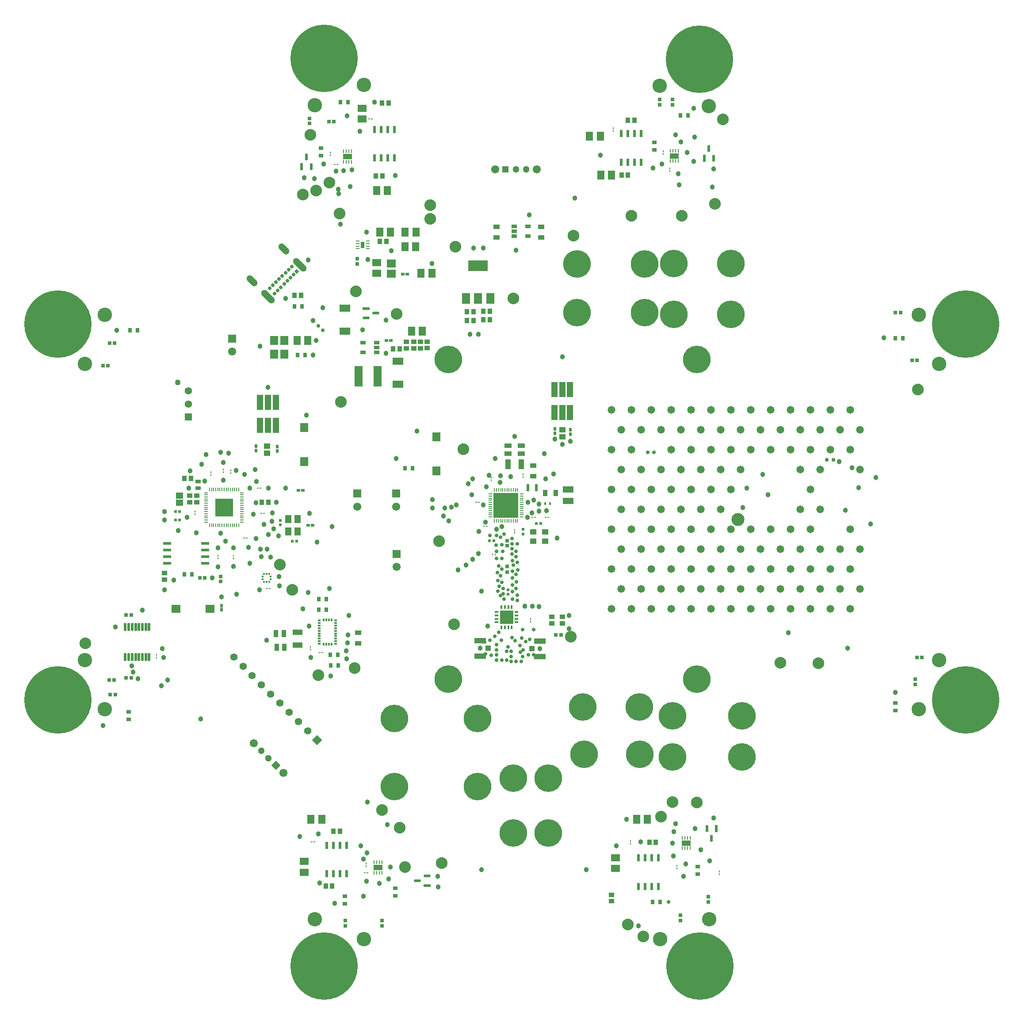
<source format=gts>
G04*
G04 #@! TF.GenerationSoftware,Altium Limited,Altium Designer,25.8.1 (18)*
G04*
G04 Layer_Color=8388736*
%FSLAX44Y44*%
%MOMM*%
G71*
G04*
G04 #@! TF.SameCoordinates,535EF8B2-0DBE-4100-A7A0-3C18341BF710*
G04*
G04*
G04 #@! TF.FilePolarity,Negative*
G04*
G01*
G75*
%ADD19R,0.6500X0.9000*%
%ADD20R,0.2794X0.7112*%
%ADD21R,1.7018X0.9906*%
%ADD22R,0.9000X0.6500*%
%ADD23R,0.2627X0.3541*%
%ADD25R,0.5588X1.4605*%
%ADD26R,1.2062X0.9562*%
%ADD27R,1.0000X0.6600*%
%ADD29R,0.9562X1.2062*%
%ADD30R,0.4500X0.5000*%
%ADD31R,1.3500X0.9500*%
%ADD32R,0.7548X0.2032*%
%ADD33R,0.3541X0.2627*%
%ADD34R,0.5682X0.5725*%
%ADD35R,1.3000X1.0500*%
%ADD36R,0.5725X0.5682*%
%ADD37R,0.2032X0.7548*%
%ADD39R,2.2000X1.0500*%
%ADD41R,0.3048X0.7620*%
%ADD43R,1.5000X2.0000*%
%ADD44R,0.7366X0.2540*%
%ADD45R,0.7112X1.2954*%
%ADD46R,0.6725X0.7154*%
%ADD47R,0.6811X0.5725*%
%ADD49R,0.1778X0.7620*%
%ADD50R,0.7620X0.1778*%
%ADD51R,0.2750X0.3000*%
%ADD52R,0.7620X0.3048*%
%ADD53R,0.6153X0.5725*%
%ADD58R,1.5240X0.5334*%
%ADD59R,0.9500X1.3500*%
%ADD62R,0.7154X0.6725*%
G04:AMPARAMS|DCode=63|XSize=1.5mm|YSize=0.45mm|CornerRadius=0.0495mm|HoleSize=0mm|Usage=FLASHONLY|Rotation=270.000|XOffset=0mm|YOffset=0mm|HoleType=Round|Shape=RoundedRectangle|*
%AMROUNDEDRECTD63*
21,1,1.5000,0.3510,0,0,270.0*
21,1,1.4010,0.4500,0,0,270.0*
1,1,0.0990,-0.1755,-0.7005*
1,1,0.0990,-0.1755,0.7005*
1,1,0.0990,0.1755,0.7005*
1,1,0.0990,0.1755,-0.7005*
%
%ADD63ROUNDEDRECTD63*%
G04:AMPARAMS|DCode=64|XSize=1.3587mm|YSize=0.5868mm|CornerRadius=0.2934mm|HoleSize=0mm|Usage=FLASHONLY|Rotation=0.000|XOffset=0mm|YOffset=0mm|HoleType=Round|Shape=RoundedRectangle|*
%AMROUNDEDRECTD64*
21,1,1.3587,0.0000,0,0,0.0*
21,1,0.7719,0.5868,0,0,0.0*
1,1,0.5868,0.3859,0.0000*
1,1,0.5868,-0.3859,0.0000*
1,1,0.5868,-0.3859,0.0000*
1,1,0.5868,0.3859,0.0000*
%
%ADD64ROUNDEDRECTD64*%
%ADD65R,1.3587X0.5868*%
%ADD66R,0.5868X1.3587*%
G04:AMPARAMS|DCode=67|XSize=1.3587mm|YSize=0.5868mm|CornerRadius=0.2934mm|HoleSize=0mm|Usage=FLASHONLY|Rotation=90.000|XOffset=0mm|YOffset=0mm|HoleType=Round|Shape=RoundedRectangle|*
%AMROUNDEDRECTD67*
21,1,1.3587,0.0000,0,0,90.0*
21,1,0.7719,0.5868,0,0,90.0*
1,1,0.5868,0.0000,0.3859*
1,1,0.5868,0.0000,-0.3859*
1,1,0.5868,0.0000,-0.3859*
1,1,0.5868,0.0000,0.3859*
%
%ADD67ROUNDEDRECTD67*%
%ADD72R,3.8000X2.0000*%
%ADD76R,1.1000X1.9000*%
%ADD77R,2.0062X1.2549*%
%ADD78R,0.6000X1.4500*%
%ADD79R,1.0500X1.0000*%
%ADD80R,0.5725X0.6153*%
%ADD81R,1.5000X4.0000*%
%ADD83R,0.5725X0.6811*%
%ADD84R,0.5153X0.4725*%
%ADD85R,1.3562X1.1544*%
%ADD87R,1.9000X1.1000*%
%ADD88R,0.5250X0.4000*%
%ADD89R,0.5250X0.4000*%
%ADD90R,0.3000X0.5250*%
%ADD91R,0.3000X0.5250*%
%ADD92C,2.2352*%
%ADD93R,0.8032X0.8032*%
%ADD94R,1.4532X1.7532*%
%ADD95R,1.2032X3.0032*%
%ADD96R,1.0532X0.9532*%
%ADD97R,1.7532X1.4532*%
%ADD98R,0.9532X1.0532*%
%ADD99R,4.6990X4.6990*%
%ADD100R,1.6032X1.7032*%
%ADD101R,3.4544X3.4544*%
%ADD102R,2.6416X2.6416*%
%ADD103R,1.2532X1.5032*%
%ADD104R,0.3008X0.3258*%
%ADD105R,0.3258X0.3008*%
%ADD106R,1.7032X1.6032*%
%ADD107C,2.7432*%
%ADD108C,12.9032*%
G04:AMPARAMS|DCode=109|XSize=1.3mm|YSize=2.5mm|CornerRadius=0.65mm|HoleSize=0mm|Usage=FLASHONLY|Rotation=225.000|XOffset=0mm|YOffset=0mm|HoleType=Round|Shape=RoundedRectangle|*
%AMROUNDEDRECTD109*
21,1,1.3000,1.2000,0,0,225.0*
21,1,0.0000,2.5000,0,0,225.0*
1,1,1.3000,-0.4243,0.4243*
1,1,1.3000,-0.4243,0.4243*
1,1,1.3000,0.4243,-0.4243*
1,1,1.3000,0.4243,-0.4243*
%
%ADD109ROUNDEDRECTD109*%
%ADD110R,1.5532X1.7532*%
%ADD111R,0.9032X1.0532*%
%ADD112R,1.0032X0.8032*%
%ADD113R,1.1532X1.0032*%
%ADD114R,0.6008X0.6508*%
%ADD115R,0.5258X0.4008*%
%ADD116R,2.1000X1.4000*%
%ADD117R,1.7532X1.5532*%
%ADD118R,1.0532X0.9032*%
%ADD119C,5.2832*%
%ADD120C,1.5500*%
%ADD121C,1.3000*%
%ADD122P,0.9900X4X270.0*%
%ADD123C,0.7000*%
%ADD124R,1.4000X1.4000*%
%ADD125C,1.4000*%
%ADD126C,2.4892*%
G04:AMPARAMS|DCode=127|XSize=1.3mm|YSize=3.2mm|CornerRadius=0.65mm|HoleSize=0mm|Usage=FLASHONLY|Rotation=225.000|XOffset=0mm|YOffset=0mm|HoleType=Round|Shape=RoundedRectangle|*
%AMROUNDEDRECTD127*
21,1,1.3000,1.9000,0,0,225.0*
21,1,0.0000,3.2000,0,0,225.0*
1,1,1.3000,-0.6718,0.6718*
1,1,1.3000,-0.6718,0.6718*
1,1,1.3000,0.6718,-0.6718*
1,1,1.3000,0.6718,-0.6718*
%
%ADD127ROUNDEDRECTD127*%
G04:AMPARAMS|DCode=128|XSize=0.7mm|YSize=1.6mm|CornerRadius=0.35mm|HoleSize=0mm|Usage=FLASHONLY|Rotation=225.000|XOffset=0mm|YOffset=0mm|HoleType=Round|Shape=RoundedRectangle|*
%AMROUNDEDRECTD128*
21,1,0.7000,0.9000,0,0,225.0*
21,1,0.0000,1.6000,0,0,225.0*
1,1,0.7000,-0.3182,0.3182*
1,1,0.7000,-0.3182,0.3182*
1,1,0.7000,0.3182,-0.3182*
1,1,0.7000,0.3182,-0.3182*
%
%ADD128ROUNDEDRECTD128*%
%ADD129P,1.8385X4X180.0*%
%ADD130P,1.9799X4X360.0*%
%ADD131R,1.3000X1.3000*%
%ADD132R,1.5500X1.5500*%
%ADD133C,1.1000*%
%ADD134C,0.7620*%
%ADD135C,0.9652*%
%ADD136C,1.4732*%
%ADD137C,0.7112*%
%ADD138C,11.2032*%
%ADD139C,1.9812*%
D19*
X1915530Y2004060D02*
D03*
X1518550Y2430780D02*
D03*
X1465210Y924560D02*
D03*
X867410Y2456180D02*
D03*
X784860Y1972310D02*
D03*
X779410Y2065020D02*
D03*
X449950Y2019300D02*
D03*
X990600Y1755140D02*
D03*
X976100D02*
D03*
X852910Y2456180D02*
D03*
X464450Y2019300D02*
D03*
X554090Y1551940D02*
D03*
X811000Y1484630D02*
D03*
X848360Y1377950D02*
D03*
X825500Y1504950D02*
D03*
X811000D02*
D03*
X825500Y1484630D02*
D03*
X847990Y1398270D02*
D03*
X833490D02*
D03*
X833860Y1377950D02*
D03*
X770360Y1972310D02*
D03*
X764910Y2065020D02*
D03*
X568590Y1551940D02*
D03*
X1450710Y924560D02*
D03*
X1504050Y2430780D02*
D03*
X1930030Y2004060D02*
D03*
D20*
X1499752Y2343277D02*
D03*
X1522612Y1027557D02*
D03*
X873642Y2342007D02*
D03*
X932062Y980567D02*
D03*
X917058D02*
D03*
X922059D02*
D03*
X927061D02*
D03*
X932062Y1000633D02*
D03*
X927061D02*
D03*
X922059D02*
D03*
X917058D02*
D03*
X858638Y2342007D02*
D03*
X863639D02*
D03*
X868641D02*
D03*
X873642Y2362073D02*
D03*
X868641D02*
D03*
X863639D02*
D03*
X858638D02*
D03*
X1507608Y1047623D02*
D03*
X1512609D02*
D03*
X1517611D02*
D03*
X1522612D02*
D03*
X1517611Y1027557D02*
D03*
X1512609D02*
D03*
X1507608D02*
D03*
X1484748Y2363343D02*
D03*
X1489749D02*
D03*
X1494751D02*
D03*
X1499752D02*
D03*
X1494751Y2343277D02*
D03*
X1489749D02*
D03*
X1484748D02*
D03*
D21*
X1492250Y2353310D02*
D03*
X1515110Y1037590D02*
D03*
X866140Y2352040D02*
D03*
X924560Y990600D02*
D03*
D22*
X1454150Y2365110D02*
D03*
X1915160Y1305560D02*
D03*
X1536700Y978270D02*
D03*
X815340Y2354050D02*
D03*
X957580Y936360D02*
D03*
X861060Y935620D02*
D03*
X447040Y1274180D02*
D03*
X1915160Y1291060D02*
D03*
X815340Y2368550D02*
D03*
X861060Y921120D02*
D03*
X447040Y1288680D02*
D03*
X1536700Y992770D02*
D03*
X1454150Y2379610D02*
D03*
X957580Y950860D02*
D03*
D23*
X1470660Y2357114D02*
D03*
X1375410Y2406653D02*
D03*
X1483360Y2324094D02*
D03*
X1202690Y1743710D02*
D03*
X1578610Y977894D02*
D03*
X1408430Y1041406D02*
D03*
X1497330Y989324D02*
D03*
X1186180Y1631950D02*
D03*
X1216660Y1466850D02*
D03*
X1141730Y1737366D02*
D03*
X833120Y2354574D02*
D03*
X642614Y1751330D02*
D03*
X628650Y1752603D02*
D03*
X604520Y1747520D02*
D03*
X574040Y1667507D02*
D03*
X901700Y993140D02*
D03*
X647700Y1582420D02*
D03*
X618490Y1582414D02*
D03*
X795020Y1408430D02*
D03*
X500380Y1398276D02*
D03*
X1408430Y1036320D02*
D03*
X1375410Y2401567D02*
D03*
X1216660Y1461764D02*
D03*
X500380Y1393190D02*
D03*
X574040Y1672593D02*
D03*
X618490Y1587500D02*
D03*
X647700Y1587506D02*
D03*
X642614Y1746244D02*
D03*
X604520Y1742434D02*
D03*
X628650Y1747517D02*
D03*
X1141730Y1732280D02*
D03*
X1186180Y1637036D02*
D03*
X1202690Y1738624D02*
D03*
X795020Y1413516D02*
D03*
X901712Y998186D02*
D03*
X833120Y2359660D02*
D03*
X1497330Y994410D02*
D03*
X1578610Y982980D02*
D03*
X1483360Y2329180D02*
D03*
X1470660Y2362200D02*
D03*
D25*
X1428750Y2341308D02*
D03*
X1461770Y954469D02*
D03*
X956310Y2349500D02*
D03*
X864870Y978598D02*
D03*
X918210Y2403983D02*
D03*
X930910D02*
D03*
X943610D02*
D03*
X956310D02*
D03*
X943610Y2349500D02*
D03*
X930910D02*
D03*
X918210D02*
D03*
X1390650Y2395791D02*
D03*
X826770Y1033082D02*
D03*
X1423670Y1008951D02*
D03*
Y954469D02*
D03*
X1436370D02*
D03*
X1461770Y1008951D02*
D03*
X1449070D02*
D03*
X1436370D02*
D03*
X1449070Y954469D02*
D03*
X826770Y978598D02*
D03*
X839470D02*
D03*
X852170D02*
D03*
X864870Y1033082D02*
D03*
X852170D02*
D03*
X839470D02*
D03*
X1403350Y2395791D02*
D03*
X1416050D02*
D03*
X1428750D02*
D03*
X1416050Y2341308D02*
D03*
X1403350D02*
D03*
X1390650D02*
D03*
D26*
X1236980Y2196920D02*
D03*
X1221740Y1760400D02*
D03*
X1151890Y2197100D02*
D03*
X886460Y1419860D02*
D03*
X1151890Y2217600D02*
D03*
X1221740Y1739900D02*
D03*
X886460Y1440360D02*
D03*
X1236980Y2217420D02*
D03*
D27*
X1211580Y2199640D02*
D03*
X1185280Y2209140D02*
D03*
X922470Y1986280D02*
D03*
X1185280Y2199640D02*
D03*
Y2218640D02*
D03*
X1211580D02*
D03*
X896170Y1976780D02*
D03*
Y1995780D02*
D03*
X922470D02*
D03*
Y1976780D02*
D03*
D29*
X1244420Y1708150D02*
D03*
X1264920D02*
D03*
D30*
X1244930Y1687830D02*
D03*
X1254430D02*
D03*
D31*
X1198880Y1798080D02*
D03*
X1173480D02*
D03*
X1198880Y1783080D02*
D03*
X1173480D02*
D03*
D32*
X1199424Y1694020D02*
D03*
X1139916Y1690020D02*
D03*
X1199424Y1662020D02*
D03*
Y1706020D02*
D03*
Y1702020D02*
D03*
Y1698020D02*
D03*
Y1690020D02*
D03*
Y1686020D02*
D03*
Y1682020D02*
D03*
Y1678020D02*
D03*
Y1674020D02*
D03*
Y1670020D02*
D03*
Y1666020D02*
D03*
X1139916Y1662020D02*
D03*
Y1666020D02*
D03*
Y1670020D02*
D03*
Y1674020D02*
D03*
Y1678020D02*
D03*
Y1682020D02*
D03*
Y1686020D02*
D03*
Y1694020D02*
D03*
Y1698020D02*
D03*
Y1702020D02*
D03*
Y1706020D02*
D03*
D33*
X1245864Y1661160D02*
D03*
X1225553D02*
D03*
X908047Y2424430D02*
D03*
X842004Y2336800D02*
D03*
X1112514Y1690370D02*
D03*
X699770Y1717040D02*
D03*
X706126Y1668780D02*
D03*
X1127757Y1644650D02*
D03*
X899160Y980440D02*
D03*
X812797Y1402080D02*
D03*
X797557Y1040130D02*
D03*
X673103Y1621790D02*
D03*
X712470Y1525270D02*
D03*
X913133Y2424430D02*
D03*
X802643Y1040130D02*
D03*
X668017Y1621790D02*
D03*
X701040Y1668780D02*
D03*
X694684Y1717040D02*
D03*
X1117600Y1690370D02*
D03*
X1132843Y1644650D02*
D03*
X1220467Y1661160D02*
D03*
X1250950D02*
D03*
X817883Y1402080D02*
D03*
X717556Y1525270D02*
D03*
X904246Y980440D02*
D03*
X847090Y2336800D02*
D03*
D34*
X1227378Y1649730D02*
D03*
X760018Y1615440D02*
D03*
X1236422Y1649730D02*
D03*
X769062Y1615440D02*
D03*
D35*
X1244670Y1615580D02*
D03*
X1221670Y1633080D02*
D03*
Y1615580D02*
D03*
X1244670Y1633080D02*
D03*
D36*
X1202690Y1638453D02*
D03*
X737870Y1646478D02*
D03*
X1202690Y1629410D02*
D03*
X737870Y1655522D02*
D03*
D37*
X1175670Y1654266D02*
D03*
X1147670Y1713774D02*
D03*
Y1654266D02*
D03*
X1191670D02*
D03*
X1187670D02*
D03*
X1183670D02*
D03*
X1179670D02*
D03*
X1171670D02*
D03*
X1167670D02*
D03*
X1163670D02*
D03*
X1159670D02*
D03*
X1155670D02*
D03*
X1151670D02*
D03*
Y1713774D02*
D03*
X1155670D02*
D03*
X1159670D02*
D03*
X1163670D02*
D03*
X1167670D02*
D03*
X1171670D02*
D03*
X1175670D02*
D03*
X1179670D02*
D03*
X1183670D02*
D03*
X1187670D02*
D03*
X1191670D02*
D03*
D39*
X1234440Y1424450D02*
D03*
Y1394950D02*
D03*
X1120140Y1425230D02*
D03*
Y1395730D02*
D03*
D41*
X1161063Y1450773D02*
D03*
X1167563D02*
D03*
X1174063D02*
D03*
X1180563D02*
D03*
Y1489127D02*
D03*
X1174063D02*
D03*
X1167563D02*
D03*
X1161063D02*
D03*
D43*
X1093330Y2080260D02*
D03*
X1116330D02*
D03*
X1139330D02*
D03*
D44*
X905256Y2175630D02*
D03*
Y2190630D02*
D03*
Y2185630D02*
D03*
Y2180630D02*
D03*
X885444Y2175630D02*
D03*
Y2180630D02*
D03*
Y2185630D02*
D03*
Y2190630D02*
D03*
D45*
X895350Y2183130D02*
D03*
D46*
X885190Y2146594D02*
D03*
X793750Y2415540D02*
D03*
X1953260Y1341414D02*
D03*
Y1350986D02*
D03*
X793750Y2425111D02*
D03*
X1172210Y1616416D02*
D03*
Y1606844D02*
D03*
X885190Y2156166D02*
D03*
X623570Y1547836D02*
D03*
Y1538264D02*
D03*
X862330Y879134D02*
D03*
Y888706D02*
D03*
X932180Y879134D02*
D03*
Y888706D02*
D03*
X1557020Y924854D02*
D03*
Y934426D02*
D03*
X1503680Y898866D02*
D03*
Y889294D02*
D03*
X1488440Y2451394D02*
D03*
Y2460966D02*
D03*
X1464310Y2451394D02*
D03*
Y2460966D02*
D03*
D47*
X949035Y2000250D02*
D03*
X940725D02*
D03*
X972129Y2127250D02*
D03*
X980440D02*
D03*
X772160Y1713230D02*
D03*
X780471D02*
D03*
X791210Y1645920D02*
D03*
X799521D02*
D03*
D49*
X657920Y1714500D02*
D03*
X601920D02*
D03*
X625920D02*
D03*
X629920D02*
D03*
X601920Y1645920D02*
D03*
X641920D02*
D03*
X621920D02*
D03*
X605920Y1714500D02*
D03*
X609920Y1645920D02*
D03*
X649920Y1714500D02*
D03*
X617920D02*
D03*
X605920Y1645920D02*
D03*
X613920D02*
D03*
X617920D02*
D03*
X625920D02*
D03*
X629920D02*
D03*
X633920D02*
D03*
X637920D02*
D03*
X645920D02*
D03*
X649920D02*
D03*
X653920D02*
D03*
X657920D02*
D03*
X653920Y1714500D02*
D03*
X645920D02*
D03*
X641920D02*
D03*
X633920D02*
D03*
X621920D02*
D03*
X613920D02*
D03*
X609920D02*
D03*
X637920D02*
D03*
D50*
X664210Y1704210D02*
D03*
X595630D02*
D03*
Y1696210D02*
D03*
X664210Y1680210D02*
D03*
Y1708210D02*
D03*
X595630Y1680210D02*
D03*
Y1676210D02*
D03*
X664210Y1668210D02*
D03*
Y1652210D02*
D03*
Y1664210D02*
D03*
Y1672210D02*
D03*
Y1676210D02*
D03*
Y1684210D02*
D03*
Y1688210D02*
D03*
Y1692210D02*
D03*
Y1696210D02*
D03*
Y1700210D02*
D03*
X595630Y1708210D02*
D03*
Y1700210D02*
D03*
Y1692210D02*
D03*
Y1688210D02*
D03*
Y1684210D02*
D03*
Y1672210D02*
D03*
Y1668210D02*
D03*
Y1664210D02*
D03*
Y1660210D02*
D03*
Y1656210D02*
D03*
Y1652210D02*
D03*
X664210Y1656210D02*
D03*
Y1660210D02*
D03*
D51*
X1144185Y1590040D02*
D03*
X1149435D02*
D03*
D52*
X1151636Y1460200D02*
D03*
X1189990Y1466700D02*
D03*
Y1460200D02*
D03*
Y1473200D02*
D03*
Y1479700D02*
D03*
X1151636D02*
D03*
Y1473200D02*
D03*
Y1466700D02*
D03*
D53*
X1138239Y1616710D02*
D03*
X1146810D02*
D03*
D58*
X593979Y1611630D02*
D03*
X521081Y1573530D02*
D03*
X593979D02*
D03*
Y1586230D02*
D03*
Y1598930D02*
D03*
X521081Y1611630D02*
D03*
Y1598930D02*
D03*
Y1586230D02*
D03*
D59*
X729220Y1438910D02*
D03*
X730370Y1412240D02*
D03*
X744220Y1438910D02*
D03*
X745370Y1412240D02*
D03*
D62*
X442254Y1474470D02*
D03*
X407376Y1951990D02*
D03*
X397804D02*
D03*
X840151Y2419350D02*
D03*
X420076Y1995170D02*
D03*
X1965960Y1393190D02*
D03*
X1956389D02*
D03*
X1265214Y1436370D02*
D03*
X1274786D02*
D03*
X593090Y1545590D02*
D03*
X583519D02*
D03*
X442254Y1353820D02*
D03*
X451826D02*
D03*
X409529Y1350010D02*
D03*
X419100D02*
D03*
X411774Y1322070D02*
D03*
X421346D02*
D03*
X830580Y2419350D02*
D03*
X410504Y1995170D02*
D03*
X1915454Y2053590D02*
D03*
X1925026D02*
D03*
X1947204Y1962150D02*
D03*
X1956776D02*
D03*
X451826Y1474470D02*
D03*
D63*
X447300Y1451400D02*
D03*
X440800D02*
D03*
X473300Y1393400D02*
D03*
X466800D02*
D03*
X486300D02*
D03*
Y1451400D02*
D03*
X479800D02*
D03*
X473300D02*
D03*
X466800D02*
D03*
X453800D02*
D03*
X440800Y1393400D02*
D03*
X447300D02*
D03*
X453800D02*
D03*
X460300D02*
D03*
X479800D02*
D03*
X460300Y1451400D02*
D03*
D64*
X920234Y2052060D02*
D03*
X901700Y2042910D02*
D03*
X1018917Y974350D02*
D03*
X1000383Y965200D02*
D03*
D65*
X901700Y2061210D02*
D03*
X1018917Y956050D02*
D03*
D66*
X778250Y2332613D02*
D03*
X1572520Y1065014D02*
D03*
X1549140Y2349123D02*
D03*
D67*
X787400Y2351147D02*
D03*
X796550Y2332613D02*
D03*
X1567440Y2349123D02*
D03*
X1554220Y1065014D02*
D03*
X1563370Y1046480D02*
D03*
X1558290Y2367657D02*
D03*
D72*
X1116330Y2143260D02*
D03*
D76*
X1198680Y1762760D02*
D03*
X1173680D02*
D03*
D77*
X1289050Y1714423D02*
D03*
Y1692910D02*
D03*
D78*
X1211580Y1718310D02*
D03*
X1227580D02*
D03*
D79*
X1219190Y1409700D02*
D03*
X1135390Y1410480D02*
D03*
D80*
X1173480Y1514159D02*
D03*
Y1522730D02*
D03*
D81*
X887510Y1931670D02*
D03*
X923510D02*
D03*
D83*
X624840Y1492250D02*
D03*
Y1483939D02*
D03*
D84*
X544806Y1672590D02*
D03*
X537234D02*
D03*
X544806Y1656080D02*
D03*
X537234D02*
D03*
D85*
X544830Y1702618D02*
D03*
Y1689100D02*
D03*
D87*
X770890Y1441250D02*
D03*
Y1416250D02*
D03*
D88*
X843665Y1418950D02*
D03*
Y1428950D02*
D03*
Y1438950D02*
D03*
Y1443950D02*
D03*
Y1453950D02*
D03*
Y1463950D02*
D03*
X812415Y1418950D02*
D03*
X812415Y1428950D02*
D03*
X812415Y1438950D02*
D03*
Y1443950D02*
D03*
X812415Y1453950D02*
D03*
X812415Y1463950D02*
D03*
D89*
X843665Y1423950D02*
D03*
Y1433950D02*
D03*
Y1448950D02*
D03*
Y1458950D02*
D03*
X812415Y1423950D02*
D03*
Y1433950D02*
D03*
Y1448950D02*
D03*
Y1458950D02*
D03*
D90*
X820540Y1418325D02*
D03*
X835540D02*
D03*
Y1464575D02*
D03*
X820540D02*
D03*
D91*
X825540Y1418325D02*
D03*
X830540D02*
D03*
Y1464575D02*
D03*
X825540D02*
D03*
D92*
X932180Y1101090D02*
D03*
X1767840Y1381760D02*
D03*
X1041400Y1615440D02*
D03*
X1070610Y1456690D02*
D03*
X880110Y1372870D02*
D03*
X736600Y1570990D02*
D03*
X810260Y1358900D02*
D03*
X1294130Y1432560D02*
D03*
X760730Y1522730D02*
D03*
X1088390Y1791970D02*
D03*
X1695450Y1383030D02*
D03*
X1024890Y2259330D02*
D03*
Y2232660D02*
D03*
X1299210Y2200910D02*
D03*
X853440Y1882140D02*
D03*
X882650Y2094230D02*
D03*
X1073150Y2179320D02*
D03*
X1183640Y2080260D02*
D03*
X960120Y2051050D02*
D03*
X1569720Y2261870D02*
D03*
X1506220Y2239010D02*
D03*
X1584960Y2423160D02*
D03*
X1403350Y881380D02*
D03*
X1466850Y1088390D02*
D03*
X1432560Y858520D02*
D03*
X850900Y2242820D02*
D03*
X364490Y1419860D02*
D03*
X795020Y2393950D02*
D03*
X806450Y2287270D02*
D03*
X831850Y2302510D02*
D03*
X781050Y2279650D02*
D03*
X966470Y1066800D02*
D03*
X976630Y991870D02*
D03*
X1046480Y999490D02*
D03*
X1410110Y2239010D02*
D03*
X1958340Y1906270D02*
D03*
X1535430Y1115060D02*
D03*
X1488440Y1116330D02*
D03*
D93*
X1172210Y1556180D02*
D03*
Y1567180D02*
D03*
D94*
X1350190Y2391410D02*
D03*
X1351100Y2316480D02*
D03*
X1419680Y1083310D02*
D03*
X942520Y2287270D02*
D03*
X976450Y2179320D02*
D03*
X1027610Y2128520D02*
D03*
X796290Y1083310D02*
D03*
X1440180D02*
D03*
X922020Y2287270D02*
D03*
X1371600Y2316480D02*
D03*
X997130Y2207260D02*
D03*
X976630D02*
D03*
X948780D02*
D03*
X928280D02*
D03*
X996950Y2179320D02*
D03*
X1007110Y2128520D02*
D03*
X789940Y2000250D02*
D03*
X1329690Y2391410D02*
D03*
X769440Y2000250D02*
D03*
X1009740Y2018030D02*
D03*
X989240D02*
D03*
X816790Y1083310D02*
D03*
D95*
X1292380Y1905820D02*
D03*
X1277380D02*
D03*
X1262380D02*
D03*
X728740Y1881280D02*
D03*
X713740D02*
D03*
X698740D02*
D03*
X1262380Y1861820D02*
D03*
X1277380D02*
D03*
X1292380D02*
D03*
X698740Y1837280D02*
D03*
X713740D02*
D03*
X728740D02*
D03*
D96*
X1277620Y1470560D02*
D03*
X1257300Y1470460D02*
D03*
X1018540Y1997710D02*
D03*
X993140Y1997610D02*
D03*
X1005840D02*
D03*
X979170Y1997510D02*
D03*
X577850Y1702970D02*
D03*
X563880D02*
D03*
X515620Y1541880D02*
D03*
X1257300Y1457960D02*
D03*
X1277620Y1458060D02*
D03*
X577850Y1690470D02*
D03*
X515620Y1554380D02*
D03*
X1018540Y1985210D02*
D03*
X1005840Y1985110D02*
D03*
X993140D02*
D03*
X979170Y1985010D02*
D03*
X563880Y1690470D02*
D03*
D97*
X1379438Y1009522D02*
D03*
X922020Y2128340D02*
D03*
X894080Y2424250D02*
D03*
X783590Y1002210D02*
D03*
X894080Y2444750D02*
D03*
X922020Y2148840D02*
D03*
X783590Y981710D02*
D03*
X1379438Y989022D02*
D03*
D98*
X940970Y2189480D02*
D03*
X1126590Y2056130D02*
D03*
Y2039620D02*
D03*
X1094840Y2054860D02*
D03*
Y2038350D02*
D03*
X953770Y1983740D02*
D03*
X777140Y2086610D02*
D03*
X714810Y1690370D02*
D03*
X553720Y1736090D02*
D03*
X566220D02*
D03*
X702310Y1690370D02*
D03*
X1107340Y2038350D02*
D03*
Y2054860D02*
D03*
X1139090Y2039620D02*
D03*
Y2056130D02*
D03*
X966270Y1983740D02*
D03*
X764640Y2086610D02*
D03*
X928470Y2189480D02*
D03*
D99*
X1169670Y1684020D02*
D03*
D100*
X1036320Y1815580D02*
D03*
X783590Y1833360D02*
D03*
Y1768360D02*
D03*
X1036320Y1750580D02*
D03*
D101*
X629920Y1680210D02*
D03*
D102*
X1170813Y1469950D02*
D03*
D103*
X770610Y1657490D02*
D03*
X753110Y1634490D02*
D03*
X770610D02*
D03*
X753110Y1657490D02*
D03*
D104*
X716195Y1553255D02*
D03*
X706195D02*
D03*
X711195Y1538005D02*
D03*
X706195D02*
D03*
X716195D02*
D03*
X711195Y1553255D02*
D03*
D105*
X718820Y1543130D02*
D03*
X703570D02*
D03*
Y1548130D02*
D03*
X718820D02*
D03*
D106*
X537730Y1485900D02*
D03*
X602730D02*
D03*
D107*
X803327Y2450597D02*
D03*
X897194Y2489478D02*
D03*
X401823Y2049093D02*
D03*
X362942Y1955226D02*
D03*
X1960377Y2049093D02*
D03*
X1999258Y1955226D02*
D03*
X1960377Y1293547D02*
D03*
X1999258Y1387414D02*
D03*
X1558283Y2448890D02*
D03*
X1464417Y2487771D02*
D03*
X362942Y1387414D02*
D03*
X401823Y1293547D02*
D03*
X897194Y853162D02*
D03*
X803327Y892043D02*
D03*
X1465006Y853162D02*
D03*
X1558873Y892043D02*
D03*
D108*
X821100Y2540437D02*
D03*
X311983Y2031320D02*
D03*
X2050217D02*
D03*
Y1311320D02*
D03*
X1540510Y2538730D02*
D03*
X311983Y1311320D02*
D03*
X821100Y802203D02*
D03*
X1541100D02*
D03*
D109*
X744444Y2175420D02*
D03*
X683350Y2114326D02*
D03*
D110*
X745080Y2000250D02*
D03*
X725580D02*
D03*
X745080Y1973580D02*
D03*
X725580D02*
D03*
D111*
X933350Y2315210D02*
D03*
X932180Y2454910D02*
D03*
X944680D02*
D03*
X920850Y2315210D02*
D03*
X836930Y955040D02*
D03*
X824430D02*
D03*
X1444190Y1038860D02*
D03*
X1456690D02*
D03*
X1403450Y2421890D02*
D03*
X1415950D02*
D03*
X1390850Y2316480D02*
D03*
X1403350D02*
D03*
X839470Y1060450D02*
D03*
X851970D02*
D03*
D112*
X580390Y1730040D02*
D03*
Y1717040D02*
D03*
D113*
X1277620Y1829200D02*
D03*
Y1815700D02*
D03*
X712470Y1797850D02*
D03*
Y1784350D02*
D03*
D114*
X1263650Y1830510D02*
D03*
Y1822010D02*
D03*
X1292860Y1829240D02*
D03*
Y1820740D02*
D03*
X731520Y1796660D02*
D03*
Y1788160D02*
D03*
X690880Y1797930D02*
D03*
Y1789430D02*
D03*
D115*
X812415Y1423950D02*
D03*
D116*
X962660Y1960020D02*
D03*
Y1916020D02*
D03*
X861060Y2017620D02*
D03*
Y2061620D02*
D03*
D117*
X949960Y2128070D02*
D03*
Y2147570D02*
D03*
D118*
X1371600Y938530D02*
D03*
Y926030D02*
D03*
D119*
X1490980Y2147570D02*
D03*
Y2049780D02*
D03*
X1305560Y2053590D02*
D03*
Y2146300D02*
D03*
X1435100D02*
D03*
Y2053590D02*
D03*
X1600200Y2049780D02*
D03*
Y2147570D02*
D03*
X1621790Y1202690D02*
D03*
Y1281430D02*
D03*
X1488440D02*
D03*
Y1202690D02*
D03*
X1250950Y1162050D02*
D03*
Y1056640D02*
D03*
X1183640D02*
D03*
Y1162050D02*
D03*
X1319530Y1207770D02*
D03*
X1426210D02*
D03*
X1424940Y1297940D02*
D03*
X1316990D02*
D03*
X1115060Y1276350D02*
D03*
Y1145540D02*
D03*
X956310D02*
D03*
Y1276350D02*
D03*
X1535430Y1351280D02*
D03*
X1059180D02*
D03*
X1535430Y1963420D02*
D03*
X1059180D02*
D03*
D120*
X1228720Y2327910D02*
D03*
X1148720D02*
D03*
X645160Y1978660D02*
D03*
X743294Y1171866D02*
D03*
X686726Y1228434D02*
D03*
X885190Y1681880D02*
D03*
X959020Y1681680D02*
D03*
X960120Y1566310D02*
D03*
D121*
X1208720Y2327910D02*
D03*
X1188720D02*
D03*
X700868Y1214292D02*
D03*
X715010Y1200150D02*
D03*
D122*
X768875Y2131968D02*
D03*
D123*
X726802Y2089895D02*
D03*
X756854Y2119947D02*
D03*
X750844Y2113937D02*
D03*
X744833Y2107926D02*
D03*
X738823Y2101916D02*
D03*
X717256Y2099441D02*
D03*
X723266Y2105452D02*
D03*
X729277Y2111462D02*
D03*
X735287Y2117472D02*
D03*
X741298Y2123483D02*
D03*
X747308Y2129493D02*
D03*
X753318Y2135504D02*
D03*
X759329Y2141514D02*
D03*
X732812Y2095906D02*
D03*
X762864Y2125958D02*
D03*
D124*
X561510Y1853330D02*
D03*
D125*
X648416Y1393744D02*
D03*
X789838Y1252322D02*
D03*
X772160Y1270000D02*
D03*
X754482Y1287678D02*
D03*
X736805Y1305355D02*
D03*
X719127Y1323033D02*
D03*
X701449Y1340711D02*
D03*
X683772Y1358388D02*
D03*
X666094Y1376066D02*
D03*
X561510Y1903330D02*
D03*
Y1878330D02*
D03*
D126*
X1614170Y1657350D02*
D03*
D127*
X774850Y2145014D02*
D03*
X713756Y2083920D02*
D03*
D128*
X745505Y2174359D02*
D03*
X684411Y2113265D02*
D03*
D129*
X729152Y1186008D02*
D03*
D130*
X807515Y1234645D02*
D03*
D131*
X1168720Y2327910D02*
D03*
D132*
X645160Y2003660D02*
D03*
X885190Y1706880D02*
D03*
X959020Y1706680D02*
D03*
X960120Y1591310D02*
D03*
D133*
X541510Y1919330D02*
D03*
D134*
X1784350Y1771650D02*
D03*
X1797050D02*
D03*
D135*
X1893549Y2004714D02*
D03*
X1807513Y1768143D02*
D03*
X1832610Y1755907D02*
D03*
X1529080Y2444750D02*
D03*
X1516380Y2359660D02*
D03*
X1845310Y1718310D02*
D03*
X1671320Y1704340D02*
D03*
X1661160Y1743710D02*
D03*
X1630680Y1717040D02*
D03*
X1350190Y2354580D02*
D03*
X1451610Y2330450D02*
D03*
X1277620Y1968500D02*
D03*
X1188720Y2172970D02*
D03*
X1260727Y1744260D02*
D03*
X1186180Y1816100D02*
D03*
X1819910Y1675130D02*
D03*
X1623060Y1680210D02*
D03*
X1823720Y1410970D02*
D03*
X1915160Y1325920D02*
D03*
X1543050Y1024890D02*
D03*
X1488440Y1037590D02*
D03*
X1400810Y1083310D02*
D03*
X1380708Y1032292D02*
D03*
X1510030Y974090D02*
D03*
X1247140Y1673860D02*
D03*
X1267460Y1621790D02*
D03*
X1290320Y1473200D02*
D03*
X1234440Y1409700D02*
D03*
X957580Y2316142D02*
D03*
X949960Y2171700D02*
D03*
X1027610Y2147390D02*
D03*
X905256Y2154936D02*
D03*
X865277Y2429917D02*
D03*
X1137420Y1742088D02*
D03*
X1116766Y2011680D02*
D03*
X1101090D02*
D03*
X999490Y1826260D02*
D03*
X1028700Y1695450D02*
D03*
X940240Y1975290D02*
D03*
X820420Y2338070D02*
D03*
X800100Y1972310D02*
D03*
X787400Y1856740D02*
D03*
X713740Y1910080D02*
D03*
X424180Y2019300D02*
D03*
X628650Y1766570D02*
D03*
X586740Y1762760D02*
D03*
X715010Y1717040D02*
D03*
X730250Y1690370D02*
D03*
X793750Y1668780D02*
D03*
X721950Y1669460D02*
D03*
X562610Y1717040D02*
D03*
X621030Y1689100D02*
D03*
X636270Y1688120D02*
D03*
X629920Y1672590D02*
D03*
X1117600Y1634413D02*
D03*
X1134319Y1452878D02*
D03*
X792480Y1452880D02*
D03*
X1120140Y1410480D02*
D03*
X948690Y991870D02*
D03*
X896990Y935620D02*
D03*
X863600Y1405890D02*
D03*
X796290Y1393190D02*
D03*
X734060Y1625600D02*
D03*
X542293Y1635760D02*
D03*
X576580Y1631950D02*
D03*
X690880Y1620520D02*
D03*
X647700Y1567180D02*
D03*
X618490Y1566101D02*
D03*
X774700Y1050290D02*
D03*
X697837Y1522730D02*
D03*
X515620D02*
D03*
X711245Y1426165D02*
D03*
X511804Y1409700D02*
D03*
X421788Y1451400D02*
D03*
X398428Y1262380D02*
D03*
X1710690Y1440180D02*
D03*
X1301396Y2272384D02*
D03*
X1564640Y2293659D02*
D03*
X1530701Y2389816D02*
D03*
X1567180Y2328360D02*
D03*
X1501636Y2298204D02*
D03*
X1423670Y878840D02*
D03*
X852355Y2222315D02*
D03*
X904240Y1116330D02*
D03*
X1122680Y986790D02*
D03*
X942340Y1073150D02*
D03*
X1038860Y974090D02*
D03*
X802640Y2310130D02*
D03*
X918063Y2456327D02*
D03*
X521771Y1349811D02*
D03*
X509821Y1338580D02*
D03*
X849630Y2280920D02*
D03*
X690880Y1689100D02*
D03*
X1427480Y1040130D02*
D03*
X1531620Y1065530D02*
D03*
X890270Y2400300D02*
D03*
X810260Y1055370D02*
D03*
X618490Y1602740D02*
D03*
X558800Y1661160D02*
D03*
X647700Y1602930D02*
D03*
X676910Y1604010D02*
D03*
X679450Y1717040D02*
D03*
X593090Y1731004D02*
D03*
X565150Y1750060D02*
D03*
X685800Y1666939D02*
D03*
X514350Y1393190D02*
D03*
X1107440Y2176780D02*
D03*
X1868170Y1648460D02*
D03*
X628650Y1732280D02*
D03*
X1126490Y2176780D02*
D03*
X959597Y1774190D02*
D03*
X1290320Y1447800D02*
D03*
X1245668Y1734596D02*
D03*
X1878330Y1737360D02*
D03*
X1132419Y1719353D02*
D03*
X1130427Y1652188D02*
D03*
X533865Y1541315D02*
D03*
X1028700Y1678940D02*
D03*
X1210984Y1661160D02*
D03*
X836930Y1643380D02*
D03*
X807720Y1614170D02*
D03*
X1162050Y1643380D02*
D03*
X1151193Y1638042D02*
D03*
X1233170Y1686560D02*
D03*
X1223010Y1694550D02*
D03*
X1219238Y1669806D02*
D03*
X1211624Y1690052D02*
D03*
X1052830Y1678940D02*
D03*
X1126523Y1685313D02*
D03*
X1097503Y1725457D02*
D03*
X1106170Y1734820D02*
D03*
X1149418Y1774121D02*
D03*
X652780Y1751330D02*
D03*
X669290Y1743710D02*
D03*
X871220Y2294890D02*
D03*
X848450Y2289900D02*
D03*
X1504950Y2379980D02*
D03*
X1494835Y2393905D02*
D03*
X903785Y1018540D02*
D03*
X896620Y1007110D02*
D03*
X473710Y1483360D02*
D03*
X453390Y1376680D02*
D03*
X632460Y1615440D02*
D03*
X455930Y1365250D02*
D03*
X654050Y1513840D02*
D03*
X465099Y1352271D02*
D03*
X939800Y2038805D02*
D03*
X902970Y2207260D02*
D03*
X800100Y2038350D02*
D03*
X806450Y2000250D02*
D03*
X748030Y2080688D02*
D03*
X698500Y1988820D02*
D03*
X692150Y1729740D02*
D03*
X689610Y1752600D02*
D03*
X725170Y1639570D02*
D03*
X712470Y1600200D02*
D03*
X718820Y1584960D02*
D03*
X1233170Y1673370D02*
D03*
X1074918Y1685372D02*
D03*
X1040130Y953770D02*
D03*
X1567180Y1085850D02*
D03*
X1529080Y2343150D02*
D03*
X783590Y2311400D02*
D03*
X1499870Y2319020D02*
D03*
X1214120Y2240280D02*
D03*
X858520Y2325370D02*
D03*
X515620Y1656080D02*
D03*
X624840Y1508760D02*
D03*
X515620Y1672590D02*
D03*
X891540Y1032510D02*
D03*
X844550Y2324100D02*
D03*
X1468120Y2338070D02*
D03*
X1323340Y986790D02*
D03*
X927100Y960120D02*
D03*
X902598Y964828D02*
D03*
X1494590Y1074243D02*
D03*
X1490948Y1059180D02*
D03*
X1103984Y1704354D02*
D03*
X1064988Y1680370D02*
D03*
X1060414Y1654809D02*
D03*
X1049739Y1664204D02*
D03*
X1122874Y1519723D02*
D03*
X1078230Y1560830D02*
D03*
X1093470Y1569904D02*
D03*
X1106170Y1581150D02*
D03*
X1117007Y1591673D02*
D03*
X1178560Y1738996D02*
D03*
X1243330Y1783080D02*
D03*
X1220470Y1490980D02*
D03*
X1205859Y1490758D02*
D03*
X1292860Y1807120D02*
D03*
X1277438Y1800677D02*
D03*
X1263650Y1811020D02*
D03*
X1158240Y1728470D02*
D03*
X1159510Y1741170D02*
D03*
X1233126Y1490218D02*
D03*
X841912Y922118D02*
D03*
X868680Y1473200D02*
D03*
X781050Y1485900D02*
D03*
X833959Y1357199D02*
D03*
X831850Y1525270D02*
D03*
X791210Y1517650D02*
D03*
X864870Y1390650D02*
D03*
X866140Y1421130D02*
D03*
X867410Y1436370D02*
D03*
X585470Y1275080D02*
D03*
X748030Y1717040D02*
D03*
X735330Y1548130D02*
D03*
X735926Y1529676D02*
D03*
X679495Y1573575D02*
D03*
X638810Y1784350D02*
D03*
X623570Y1785620D02*
D03*
X895350Y2020570D02*
D03*
X819150Y2062480D02*
D03*
X791210Y2153920D02*
D03*
X607060Y1545590D02*
D03*
X721360Y1653540D02*
D03*
X706120Y1647825D02*
D03*
X595630Y1781810D02*
D03*
X715010Y1628140D02*
D03*
X701040Y1586230D02*
D03*
X699770Y1600200D02*
D03*
X623570Y1630680D02*
D03*
X812800Y961390D02*
D03*
X944880Y969010D02*
D03*
X875030Y2326640D02*
D03*
X1559560Y1003300D02*
D03*
X1513840Y997536D02*
D03*
X1490149Y1012386D02*
D03*
D136*
X1790700Y1866900D02*
D03*
X1847850Y1828800D02*
D03*
X1828800Y1790700D02*
D03*
Y1866900D02*
D03*
X1809750Y1828800D02*
D03*
X1752600Y1866900D02*
D03*
X1771650Y1828800D02*
D03*
X1714500Y1866900D02*
D03*
X1733550Y1828800D02*
D03*
X1752600Y1790700D02*
D03*
X1790700D02*
D03*
X1714500D02*
D03*
X1733550Y1752600D02*
D03*
X1771650D02*
D03*
X1562100Y1866900D02*
D03*
X1600200D02*
D03*
X1524000D02*
D03*
X1676400D02*
D03*
X1657350Y1828800D02*
D03*
X1638300Y1866900D02*
D03*
X1619250Y1828800D02*
D03*
X1695450D02*
D03*
X1676400Y1790700D02*
D03*
X1638300D02*
D03*
X1619250Y1752600D02*
D03*
X1543050Y1828800D02*
D03*
X1581150D02*
D03*
X1504950D02*
D03*
X1524000Y1790700D02*
D03*
X1600200D02*
D03*
X1581150Y1752600D02*
D03*
X1562100Y1790700D02*
D03*
X1543050Y1752600D02*
D03*
X1847850D02*
D03*
X1752600Y1714500D02*
D03*
X1562100D02*
D03*
X1504950Y1752600D02*
D03*
X1524000Y1714500D02*
D03*
X1600200D02*
D03*
X1485900Y1866900D02*
D03*
X1447800D02*
D03*
X1371600D02*
D03*
X1409700D02*
D03*
X1466850Y1828800D02*
D03*
X1485900Y1790700D02*
D03*
X1428750Y1828800D02*
D03*
X1409700Y1790700D02*
D03*
X1466850Y1752600D02*
D03*
X1428750D02*
D03*
X1390650Y1828800D02*
D03*
Y1752600D02*
D03*
X1371600Y1790700D02*
D03*
Y1714500D02*
D03*
X1447800D02*
D03*
X1485900D02*
D03*
X1409700D02*
D03*
X1733550Y1676400D02*
D03*
X1771650D02*
D03*
X1714500Y1638300D02*
D03*
X1676400D02*
D03*
X1828800D02*
D03*
X1847850Y1600200D02*
D03*
X1771650D02*
D03*
X1809750D02*
D03*
X1828800Y1562100D02*
D03*
X1847850Y1524000D02*
D03*
X1752600Y1562100D02*
D03*
X1790700D02*
D03*
X1752600Y1638300D02*
D03*
X1733550Y1600200D02*
D03*
X1657350D02*
D03*
X1695450D02*
D03*
X1714500Y1562100D02*
D03*
X1695450Y1524000D02*
D03*
X1638300Y1562100D02*
D03*
X1676400D02*
D03*
X1543050Y1676400D02*
D03*
X1581150D02*
D03*
X1600200Y1638300D02*
D03*
X1638300D02*
D03*
X1524000D02*
D03*
X1562100D02*
D03*
X1466850Y1676400D02*
D03*
X1504950D02*
D03*
X1390650D02*
D03*
X1428750D02*
D03*
X1447800Y1638300D02*
D03*
X1485900D02*
D03*
X1409700D02*
D03*
X1390650Y1600200D02*
D03*
X1581150D02*
D03*
X1619250D02*
D03*
X1543050D02*
D03*
X1562100Y1562100D02*
D03*
X1600200D02*
D03*
X1524000D02*
D03*
X1543050Y1524000D02*
D03*
X1466850Y1600200D02*
D03*
X1504950D02*
D03*
X1428750D02*
D03*
X1409700Y1562100D02*
D03*
X1447800D02*
D03*
X1485900D02*
D03*
X1390650Y1524000D02*
D03*
X1428750D02*
D03*
X1771650D02*
D03*
X1809750D02*
D03*
X1733550D02*
D03*
X1752600Y1485900D02*
D03*
X1828800D02*
D03*
X1790700D02*
D03*
X1619250Y1524000D02*
D03*
X1657350D02*
D03*
X1581150D02*
D03*
X1562100Y1485900D02*
D03*
X1676400D02*
D03*
X1714500D02*
D03*
X1600200D02*
D03*
X1638300D02*
D03*
X1504950Y1524000D02*
D03*
X1485900Y1485900D02*
D03*
X1466850Y1524000D02*
D03*
X1447800Y1485900D02*
D03*
X1524000D02*
D03*
X1409700D02*
D03*
X1371600Y1638300D02*
D03*
Y1562100D02*
D03*
Y1485900D02*
D03*
D137*
X1452880Y1785620D02*
D03*
X1441450D02*
D03*
X1480820Y924560D02*
D03*
X1191260Y1610360D02*
D03*
X1181100D02*
D03*
Y1601470D02*
D03*
X1165860Y1629410D02*
D03*
X1181100Y1620520D02*
D03*
X1188720Y1596390D02*
D03*
Y1586230D02*
D03*
X1181100Y1591310D02*
D03*
X1182370Y1578610D02*
D03*
X1223010Y1446530D02*
D03*
X1201420D02*
D03*
X1200150Y1430020D02*
D03*
X1223010Y1398270D02*
D03*
X1215390Y1427480D02*
D03*
X1207770Y1423670D02*
D03*
X1196340Y1416050D02*
D03*
X1202690Y1407160D02*
D03*
X1212850Y1398270D02*
D03*
X1201420Y1394460D02*
D03*
X1197610Y1403350D02*
D03*
X1198880Y1385570D02*
D03*
X1191260Y1574800D02*
D03*
X1192530Y1560830D02*
D03*
X1183640Y1569720D02*
D03*
X1188720Y1551940D02*
D03*
X1191260Y1512570D02*
D03*
Y1502410D02*
D03*
X1189990Y1537970D02*
D03*
X1188720Y1525270D02*
D03*
X1182370Y1531620D02*
D03*
Y1518920D02*
D03*
Y1558290D02*
D03*
Y1545590D02*
D03*
Y1504950D02*
D03*
X1164590Y1515110D02*
D03*
X1165860Y1504950D02*
D03*
X1181100Y1431290D02*
D03*
X1187450Y1424940D02*
D03*
X1173480Y1413510D02*
D03*
X1179830Y1404620D02*
D03*
Y1385570D02*
D03*
X1188720D02*
D03*
X1179830Y1394460D02*
D03*
X1170940Y1388110D02*
D03*
Y1404620D02*
D03*
X1163320Y1596390D02*
D03*
X1162050Y1582420D02*
D03*
X1159510Y1623060D02*
D03*
X1162050Y1609090D02*
D03*
Y1562100D02*
D03*
X1159510Y1549400D02*
D03*
X1155700Y1568450D02*
D03*
X1153160Y1555750D02*
D03*
X1151890Y1626870D02*
D03*
X1150620Y1607820D02*
D03*
X1151890Y1596390D02*
D03*
Y1582420D02*
D03*
X1162050Y1536700D02*
D03*
X1164590Y1525270D02*
D03*
X1156970Y1529080D02*
D03*
X1159510Y1511300D02*
D03*
X1155700Y1441450D02*
D03*
X1160780Y1426210D02*
D03*
X1154430Y1540510D02*
D03*
Y1520190D02*
D03*
X1148080Y1433830D02*
D03*
X1139190Y1626870D02*
D03*
Y1426210D02*
D03*
X1129030Y1422400D02*
D03*
X1151890Y1407160D02*
D03*
Y1398270D02*
D03*
Y1417320D02*
D03*
X1130300Y1399540D02*
D03*
X1151890Y1388110D02*
D03*
X1162050D02*
D03*
X1141730Y1397000D02*
D03*
X819150Y2019300D02*
D03*
X810465Y2027985D02*
D03*
D138*
X821100Y2540437D02*
D03*
X311983Y2031320D02*
D03*
X2050217D02*
D03*
Y1311320D02*
D03*
X1540510Y2538730D02*
D03*
X311983Y1311320D02*
D03*
X821100Y802203D02*
D03*
X1541100D02*
D03*
D139*
X897194Y2489478D02*
D03*
X803327Y2450597D02*
D03*
X362942Y1955226D02*
D03*
X401823Y2049093D02*
D03*
X1999258Y1955226D02*
D03*
X1960377Y2049093D02*
D03*
X1999258Y1387414D02*
D03*
X1960377Y1293547D02*
D03*
X1464417Y2487771D02*
D03*
X1558283Y2448890D02*
D03*
X401823Y1293547D02*
D03*
X362942Y1387414D02*
D03*
X803327Y892043D02*
D03*
X897194Y853162D02*
D03*
X1558873Y892043D02*
D03*
X1465006Y853162D02*
D03*
M02*

</source>
